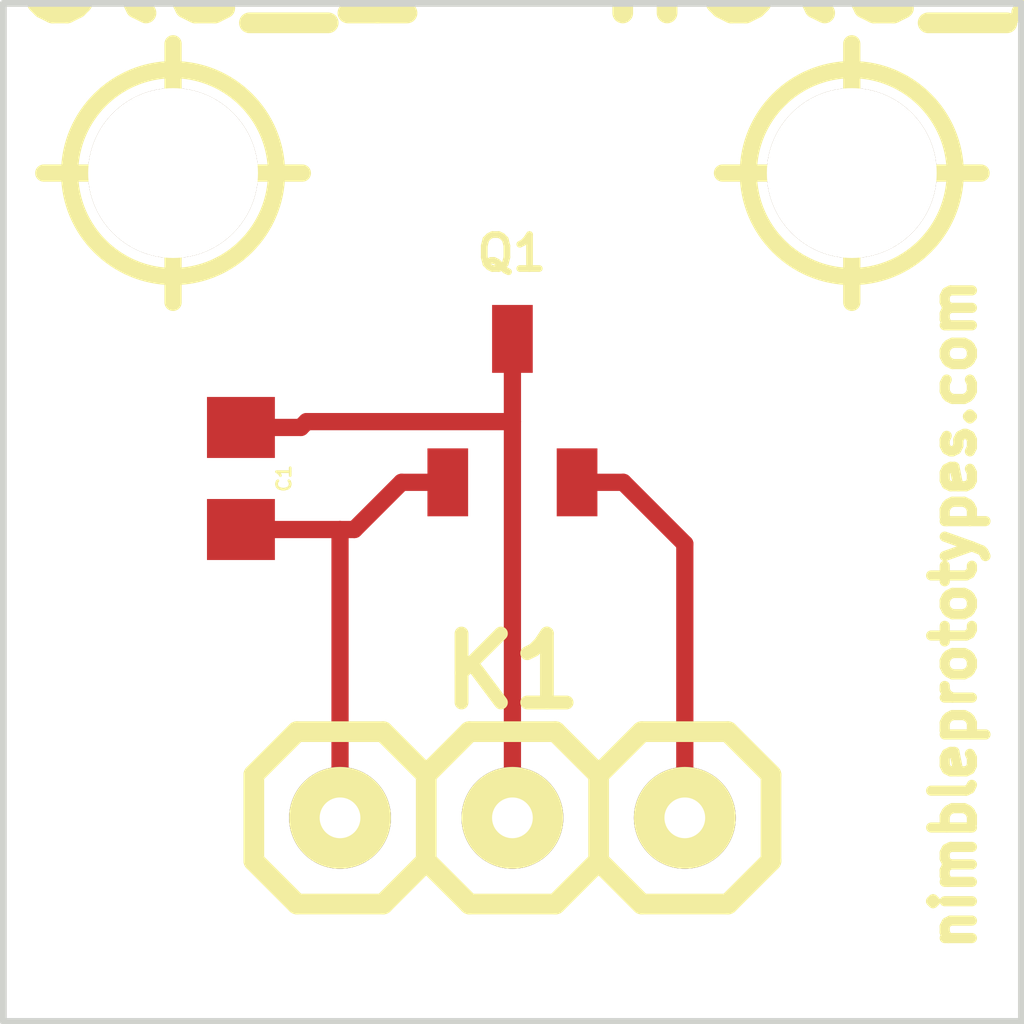
<source format=kicad_pcb>
(kicad_pcb (version 3) (host pcbnew "(2013-07-07 BZR 4022)-stable")

  (general
    (links 5)
    (no_connects 0)
    (area 202.0136 139.2836 223.989286 156.050001)
    (thickness 1.6)
    (drawings 5)
    (tracks 13)
    (zones 0)
    (modules 5)
    (nets 4)
  )

  (page A3)
  (layers
    (15 F.Cu signal)
    (0 B.Cu signal)
    (16 B.Adhes user)
    (17 F.Adhes user)
    (18 B.Paste user)
    (19 F.Paste user)
    (20 B.SilkS user)
    (21 F.SilkS user)
    (22 B.Mask user)
    (23 F.Mask user)
    (24 Dwgs.User user)
    (25 Cmts.User user)
    (26 Eco1.User user)
    (27 Eco2.User user)
    (28 Edge.Cuts user)
  )

  (setup
    (last_trace_width 0.254)
    (trace_clearance 0.254)
    (zone_clearance 0.508)
    (zone_45_only no)
    (trace_min 0.254)
    (segment_width 0.2)
    (edge_width 0.1)
    (via_size 0.889)
    (via_drill 0.635)
    (via_min_size 0.889)
    (via_min_drill 0.508)
    (uvia_size 0.508)
    (uvia_drill 0.127)
    (uvias_allowed no)
    (uvia_min_size 0.508)
    (uvia_min_drill 0.127)
    (pcb_text_width 0.3)
    (pcb_text_size 1.5 1.5)
    (mod_edge_width 0.15)
    (mod_text_size 1 1)
    (mod_text_width 0.15)
    (pad_size 1.5 1.5)
    (pad_drill 0.6)
    (pad_to_mask_clearance 0)
    (aux_axis_origin 205 156)
    (visible_elements 7FFFFFCF)
    (pcbplotparams
      (layerselection 3178497)
      (usegerberextensions true)
      (excludeedgelayer true)
      (linewidth 0.150000)
      (plotframeref false)
      (viasonmask false)
      (mode 1)
      (useauxorigin false)
      (hpglpennumber 1)
      (hpglpenspeed 20)
      (hpglpendiameter 15)
      (hpglpenoverlay 2)
      (psnegative false)
      (psa4output false)
      (plotreference true)
      (plotvalue true)
      (plotothertext true)
      (plotinvisibletext false)
      (padsonsilk false)
      (subtractmaskfromsilk false)
      (outputformat 1)
      (mirror false)
      (drillshape 1)
      (scaleselection 1)
      (outputdirectory ""))
  )

  (net 0 "")
  (net 1 N-000001)
  (net 2 N-000002)
  (net 3 N-000003)

  (net_class Default "This is the default net class."
    (clearance 0.254)
    (trace_width 0.254)
    (via_dia 0.889)
    (via_drill 0.635)
    (uvia_dia 0.508)
    (uvia_drill 0.127)
    (add_net "")
    (add_net N-000001)
    (add_net N-000002)
    (add_net N-000003)
  )

  (module SOT-3 (layer F.Cu) (tedit 532CBA78) (tstamp 532CD8B2)
    (at 212.5 147)
    (descr SOT-3)
    (path /532CD381)
    (fp_text reference Q1 (at -0.01 -2.32) (layer F.SilkS)
      (effects (font (size 0.50038 0.50038) (thickness 0.09906)))
    )
    (fp_text value MCP9700 (at 0 2.46) (layer F.SilkS) hide
      (effects (font (size 0.50038 0.50038) (thickness 0.09906)))
    )
    (pad 1 smd rect (at -0.9525 1.05664) (size 0.59944 1.00076)
      (layers F.Cu F.Paste F.Mask)
      (net 3 N-000003)
    )
    (pad 3 smd rect (at 0 -1.05664) (size 0.59944 1.00076)
      (layers F.Cu F.Paste F.Mask)
      (net 2 N-000002)
    )
    (pad 2 smd rect (at 0.9525 1.05664) (size 0.59944 1.00076)
      (layers F.Cu F.Paste F.Mask)
      (net 1 N-000001)
    )
    (model np_sen001/sot-23.wrl
      (at (xyz 0 0 0))
      (scale (xyz 1 1 1))
      (rotate (xyz 0 0 0))
    )
  )

  (module HEADER-3 (layer F.Cu) (tedit 532CC257) (tstamp 532CD8CF)
    (at 212.5 153)
    (descr "Header 3pines")
    (tags "CONN DEV")
    (path /532CD39F)
    (fp_text reference K1 (at 0 -2.159) (layer F.SilkS)
      (effects (font (size 1.016 1.016) (thickness 0.2032)))
    )
    (fp_text value HEADER_3 (at 0.254 -3.556) (layer F.SilkS) hide
      (effects (font (size 1.016 0.889) (thickness 0.2032)))
    )
    (fp_line (start -3.81 -0.635) (end -3.81 0.635) (layer F.SilkS) (width 0.3048))
    (fp_line (start -3.81 0.635) (end -3.175 1.27) (layer F.SilkS) (width 0.3048))
    (fp_line (start -3.175 1.27) (end -1.905 1.27) (layer F.SilkS) (width 0.3048))
    (fp_line (start -1.905 1.27) (end -1.27 0.635) (layer F.SilkS) (width 0.3048))
    (fp_line (start -1.27 0.635) (end -1.27 -0.635) (layer F.SilkS) (width 0.3048))
    (fp_line (start -1.27 -0.635) (end -1.905 -1.27) (layer F.SilkS) (width 0.3048))
    (fp_line (start -1.905 -1.27) (end -3.175 -1.27) (layer F.SilkS) (width 0.3048))
    (fp_line (start -3.175 -1.27) (end -3.81 -0.635) (layer F.SilkS) (width 0.3048))
    (fp_line (start -1.27 0.635) (end -0.635 1.27) (layer F.SilkS) (width 0.3048))
    (fp_line (start -0.635 1.27) (end 0.635 1.27) (layer F.SilkS) (width 0.3048))
    (fp_line (start 0.635 1.27) (end 1.27 0.635) (layer F.SilkS) (width 0.3048))
    (fp_line (start 1.27 0.635) (end 1.27 -0.635) (layer F.SilkS) (width 0.3048))
    (fp_line (start 1.27 -0.635) (end 0.635 -1.27) (layer F.SilkS) (width 0.3048))
    (fp_line (start 0.635 -1.27) (end -0.635 -1.27) (layer F.SilkS) (width 0.3048))
    (fp_line (start -0.635 -1.27) (end -1.27 -0.635) (layer F.SilkS) (width 0.3048))
    (fp_line (start 1.27 0.635) (end 1.905 1.27) (layer F.SilkS) (width 0.3048))
    (fp_line (start 1.905 1.27) (end 3.175 1.27) (layer F.SilkS) (width 0.3048))
    (fp_line (start 3.175 1.27) (end 3.81 0.635) (layer F.SilkS) (width 0.3048))
    (fp_line (start 3.81 0.635) (end 3.81 -0.635) (layer F.SilkS) (width 0.3048))
    (fp_line (start 3.81 -0.635) (end 3.175 -1.27) (layer F.SilkS) (width 0.3048))
    (fp_line (start 3.175 -1.27) (end 1.905 -1.27) (layer F.SilkS) (width 0.3048))
    (fp_line (start 1.905 -1.27) (end 1.27 -0.635) (layer F.SilkS) (width 0.3048))
    (pad 1 thru_hole circle (at -2.54 0) (size 1.5 1.5) (drill 0.6)
      (layers *.Cu *.Mask F.SilkS)
      (net 3 N-000003)
    )
    (pad 2 thru_hole circle (at 0 0) (size 1.5 1.5) (drill 0.6)
      (layers *.Cu *.Mask F.SilkS)
      (net 2 N-000002)
    )
    (pad 3 thru_hole circle (at 2.54 0) (size 1.5 1.5) (drill 0.6)
      (layers *.Cu *.Mask F.SilkS)
      (net 1 N-000001)
    )
    (model np_sen001/header-3.wrl
      (at (xyz 0 0 0))
      (scale (xyz 1 1 1))
      (rotate (xyz 0 0 0))
    )
  )

  (module CAP-0603 (layer F.Cu) (tedit 532CBFF9) (tstamp 532CDC9B)
    (at 208.5 148 270)
    (descr "Capacitor SMT, 0603")
    (path /532CD390)
    (fp_text reference C1 (at 0 -0.635 270) (layer F.SilkS)
      (effects (font (size 0.20066 0.20066) (thickness 0.04064)))
    )
    (fp_text value C (at 0 0.635 270) (layer F.SilkS) hide
      (effects (font (size 0.20066 0.20066) (thickness 0.04064)))
    )
    (pad 1 smd rect (at 0.75184 0 270) (size 0.89916 1.00076)
      (layers F.Cu F.Paste F.Mask)
      (net 3 N-000003)
    )
    (pad 2 smd rect (at -0.75184 0 270) (size 0.89916 1.00076)
      (layers F.Cu F.Paste F.Mask)
      (net 2 N-000002)
    )
    (model np_sen001/c-0603.wrl
      (at (xyz 0 0 0))
      (scale (xyz 1 1 1))
      (rotate (xyz 0 0 0))
    )
  )

  (module hole_2mm5 (layer F.Cu) (tedit 532CE171) (tstamp 532CE891)
    (at 217.5 143.5)
    (descr "Hole 2.5mm")
    (fp_text reference hole_2 (at 0 -3.048) (layer F.SilkS)
      (effects (font (size 1.524 1.524) (thickness 0.3048)))
    )
    (fp_text value "" (at 0 2.794) (layer F.SilkS)
      (effects (font (size 1.524 1.524) (thickness 0.3048)))
    )
    (fp_line (start 0 -1.905) (end 0 1.905) (layer F.SilkS) (width 0.254))
    (fp_line (start -1.905 0) (end 1.905 0) (layer F.SilkS) (width 0.254))
    (fp_circle (center 0 0) (end 1.524 0) (layer F.SilkS) (width 0.254))
    (pad 1 thru_hole circle (at 0 0) (size 2.5019 2.5019) (drill 2.5019)
      (layers *.Cu F.SilkS)
    )
    (model np_sen001/hole.wrl
      (at (xyz 0 0 0))
      (scale (xyz 1 1 1))
      (rotate (xyz 0 0 0))
    )
  )

  (module hole_2mm5 (layer F.Cu) (tedit 532CE160) (tstamp 532CE8A0)
    (at 207.5 143.5)
    (descr "Hole 2.5mm")
    (fp_text reference hole_1 (at 0 -3.048) (layer F.SilkS)
      (effects (font (size 1.524 1.524) (thickness 0.3048)))
    )
    (fp_text value "" (at 0 2.794) (layer F.SilkS)
      (effects (font (size 1.524 1.524) (thickness 0.3048)))
    )
    (fp_line (start 0 -1.905) (end 0 1.905) (layer F.SilkS) (width 0.254))
    (fp_line (start -1.905 0) (end 1.905 0) (layer F.SilkS) (width 0.254))
    (fp_circle (center 0 0) (end 1.524 0) (layer F.SilkS) (width 0.254))
    (pad 1 thru_hole circle (at 0 0) (size 2.5019 2.5019) (drill 2.5019)
      (layers *.Cu F.SilkS)
    )
    (model np_sen001/hole.wrl
      (at (xyz 0 0 0))
      (scale (xyz 1 1 1))
      (rotate (xyz 0 0 0))
    )
  )

  (gr_text nimbleprototypes.com (at 219 150 90) (layer F.SilkS)
    (effects (font (size 0.6 0.6) (thickness 0.15)))
  )
  (gr_line (start 205 156) (end 205 141) (angle 90) (layer Edge.Cuts) (width 0.1))
  (gr_line (start 220 156) (end 205 156) (angle 90) (layer Edge.Cuts) (width 0.1))
  (gr_line (start 220 141) (end 220 156) (angle 90) (layer Edge.Cuts) (width 0.1))
  (gr_line (start 205 141) (end 220 141) (angle 90) (layer Edge.Cuts) (width 0.1))

  (segment (start 215.04 148.9631) (end 214.1335 148.0566) (width 0.254) (layer F.Cu) (net 1))
  (segment (start 215.04 153) (end 215.04 148.9631) (width 0.254) (layer F.Cu) (net 1))
  (segment (start 213.4525 148.0566) (end 214.1335 148.0566) (width 0.254) (layer F.Cu) (net 1))
  (segment (start 208.5 147.2482) (end 209.3817 147.2482) (width 0.254) (layer F.Cu) (net 2))
  (segment (start 209.4679 147.162) (end 212.5 147.162) (width 0.254) (layer F.Cu) (net 2))
  (segment (start 209.3817 147.2482) (end 209.4679 147.162) (width 0.254) (layer F.Cu) (net 2))
  (segment (start 212.5 153) (end 212.5 147.162) (width 0.254) (layer F.Cu) (net 2))
  (segment (start 212.5 147.162) (end 212.5 145.9434) (width 0.254) (layer F.Cu) (net 2))
  (segment (start 211.5475 148.0566) (end 210.8665 148.0566) (width 0.254) (layer F.Cu) (net 3))
  (segment (start 209.96 153) (end 209.96 148.7518) (width 0.254) (layer F.Cu) (net 3))
  (segment (start 208.5 148.7518) (end 209.96 148.7518) (width 0.254) (layer F.Cu) (net 3))
  (segment (start 210.1713 148.7518) (end 210.8665 148.0566) (width 0.254) (layer F.Cu) (net 3))
  (segment (start 209.96 148.7518) (end 210.1713 148.7518) (width 0.254) (layer F.Cu) (net 3))

)

</source>
